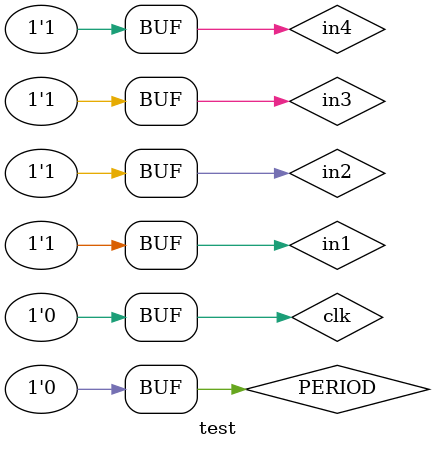
<source format=sv>
module test;
	reg in1, in2, in3, in4, clk;
  	wire out1, out2;
    reg PERIOD = 10;
  
  multi_compuerta_sec multi_compuerta_sec1 (.in1    (in1),
                                            .in2    (in2),
                                            .in3    (in3),
                                            .in4    (in4),
                                            .out1   (out1),
                                            .out2   (out2),
                                            .clk    (clk)
                                            );
  
  initial 
    begin
      $dumpfile("dump.vcd");$dumpvars;
      clk = 0;
      in1 = 1;
      in2 = 1;
      in3 = 1;
      in4 = 0;
      #5
      clk = 1;
      in4 = 1;
      #5 
      clk = 0;
      in4 = 1;
      #5 ;
      clk = 1;
      in4 = 0;
      #5 ;
      clk = 0;
      in4 = 1;
      #5 ;
      
  	end
  /*
  always begin
    #10 clk = ~clk;
  end
  */
endmodule
</source>
